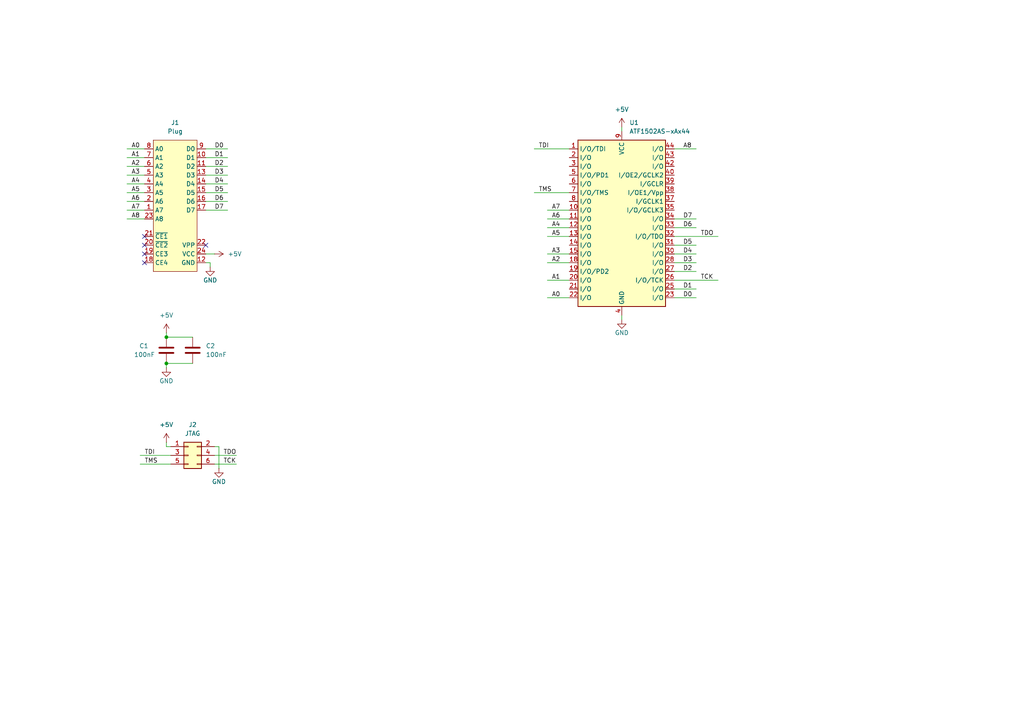
<source format=kicad_sch>
(kicad_sch (version 20231120) (generator "eeschema") (generator_version "8.0")
  (paper "A4")
  (lib_symbols
    (symbol "CPLD_Microchip:ATF1502AS-xAx44"
      (property "Reference" "U" (at -12.7 24.13 0))
      (property "Value" "ATF1502AS-xAx44" (at 12.7 24.13 0))
      (symbol "ATF1502AS-xAx44_0_1"
        (rectangle (start -12.7 22.86) (end 12.7 -25.4) (stroke (width 0.254)) (fill (type background)))
      )
      (symbol "ATF1502AS-xAx44_1_1"
        (pin bidirectional line (at -15.24 20.32 0) (length 2.54) (name "I/O/TDI") (number "1"))
        (pin bidirectional line (at -15.24 2.54 0) (length 2.54) (name "I/O") (number "10"))
        (pin bidirectional line (at -15.24 0 0) (length 2.54) (name "I/O") (number "11"))
        (pin bidirectional line (at -15.24 -2.54 0) (length 2.54) (name "I/O") (number "12"))
        (pin bidirectional line (at -15.24 -5.08 0) (length 2.54) (name "I/O") (number "13"))
        (pin bidirectional line (at -15.24 -7.62 0) (length 2.54) (name "I/O") (number "14"))
        (pin bidirectional line (at -15.24 -10.16 0) (length 2.54) (name "I/O") (number "15"))
        (pin passive line (at 0 -27.94 90) (length 2.54) hide (name "GND") (number "16"))
        (pin passive line (at 0 25.4 270) (length 2.54) hide (name "VCC") (number "17"))
        (pin bidirectional line (at -15.24 -12.7 0) (length 2.54) (name "I/O") (number "18"))
        (pin bidirectional line (at -15.24 -15.24 0) (length 2.54) (name "I/O/PD2") (number "19"))
        (pin bidirectional line (at -15.24 17.78 0) (length 2.54) (name "I/O") (number "2"))
        (pin bidirectional line (at -15.24 -17.78 0) (length 2.54) (name "I/O") (number "20"))
        (pin bidirectional line (at -15.24 -20.32 0) (length 2.54) (name "I/O") (number "21"))
        (pin bidirectional line (at -15.24 -22.86 0) (length 2.54) (name "I/O") (number "22"))
        (pin bidirectional line (at 15.24 -22.86 180) (length 2.54) (name "I/O") (number "23"))
        (pin passive line (at 0 -27.94 90) (length 2.54) hide (name "GND") (number "24"))
        (pin bidirectional line (at 15.24 -20.32 180) (length 2.54) (name "I/O") (number "25"))
        (pin bidirectional line (at 15.24 -17.78 180) (length 2.54) (name "I/O/TCK") (number "26"))
        (pin bidirectional line (at 15.24 -15.24 180) (length 2.54) (name "I/O") (number "27"))
        (pin bidirectional line (at 15.24 -12.7 180) (length 2.54) (name "I/O") (number "28"))
        (pin passive line (at 0 25.4 270) (length 2.54) hide (name "VCC") (number "29"))
        (pin bidirectional line (at -15.24 15.24 0) (length 2.54) (name "I/O") (number "3"))
        (pin bidirectional line (at 15.24 -10.16 180) (length 2.54) (name "I/O") (number "30"))
        (pin bidirectional line (at 15.24 -7.62 180) (length 2.54) (name "I/O") (number "31"))
        (pin bidirectional line (at 15.24 -5.08 180) (length 2.54) (name "I/O/TDO") (number "32"))
        (pin bidirectional line (at 15.24 -2.54 180) (length 2.54) (name "I/O") (number "33"))
        (pin bidirectional line (at 15.24 0 180) (length 2.54) (name "I/O") (number "34"))
        (pin bidirectional line (at 15.24 2.54 180) (length 2.54) (name "I/O/GCLK3") (number "35"))
        (pin passive line (at 0 -27.94 90) (length 2.54) hide (name "GND") (number "36"))
        (pin input line (at 15.24 5.08 180) (length 2.54) (name "I/GCLK1") (number "37"))
        (pin input line (at 15.24 7.62 180) (length 2.54) (name "I/OE1/Vpp") (number "38"))
        (pin input line (at 15.24 10.16 180) (length 2.54) (name "I/GCLR") (number "39"))
        (pin power_in line (at 0 -27.94 90) (length 2.54) (name "GND") (number "4"))
        (pin input line (at 15.24 12.7 180) (length 2.54) (name "I/OE2/GCLK2") (number "40"))
        (pin passive line (at 0 25.4 270) (length 2.54) hide (name "VCC") (number "41"))
        (pin bidirectional line (at 15.24 15.24 180) (length 2.54) (name "I/O") (number "42"))
        (pin bidirectional line (at 15.24 17.78 180) (length 2.54) (name "I/O") (number "43"))
        (pin bidirectional line (at 15.24 20.32 180) (length 2.54) (name "I/O") (number "44"))
        (pin bidirectional line (at -15.24 12.7 0) (length 2.54) (name "I/O/PD1") (number "5"))
        (pin bidirectional line (at -15.24 10.16 0) (length 2.54) (name "I/O") (number "6"))
        (pin bidirectional line (at -15.24 7.62 0) (length 2.54) (name "I/O/TMS") (number "7"))
        (pin bidirectional line (at -15.24 5.08 0) (length 2.54) (name "I/O") (number "8"))
        (pin power_in line (at 0 25.4 270) (length 2.54) (name "VCC") (number "9"))
      )
    )
    (symbol "Connector_Generic:Conn_02x03_Odd_Even" (pin_names (offset 1.016) hide)
      (property "Reference" "J" (at 1.27 5.08 0))
      (property "Value" "Conn_02x03_Odd_Even" (at 1.27 -5.08 0))
      (symbol "Conn_02x03_Odd_Even_1_1"
        (rectangle (start -1.27 -2.413) (end 0 -2.667) (stroke (width 0.1524)))
        (rectangle (start -1.27 0.127) (end 0 -0.127) (stroke (width 0.1524)))
        (rectangle (start -1.27 2.667) (end 0 2.413) (stroke (width 0.1524)))
        (rectangle (start -1.27 3.81) (end 3.81 -3.81) (stroke (width 0.254)) (fill (type background)))
        (rectangle (start 3.81 -2.413) (end 2.54 -2.667) (stroke (width 0.1524)))
        (rectangle (start 3.81 0.127) (end 2.54 -0.127) (stroke (width 0.1524)))
        (rectangle (start 3.81 2.667) (end 2.54 2.413) (stroke (width 0.1524)))
        (pin passive line (at -5.08 2.54 0) (length 3.81) (name "Pin_1") (number "1"))
        (pin passive line (at 7.62 2.54 180) (length 3.81) (name "Pin_2") (number "2"))
        (pin passive line (at -5.08 0 0) (length 3.81) (name "Pin_3") (number "3"))
        (pin passive line (at 7.62 0 180) (length 3.81) (name "Pin_4") (number "4"))
        (pin passive line (at -5.08 -2.54 0) (length 3.81) (name "Pin_5") (number "5"))
        (pin passive line (at 7.62 -2.54 180) (length 3.81) (name "Pin_6") (number "6"))
      )
    )
    (symbol "Device:C" (pin_numbers hide) (pin_names (offset 0.254))
      (property "Reference" "C" (at 0.635 2.54 0))
      (property "Value" "C" (at 0.635 -2.54 0))
      (symbol "C_0_1"
        (polyline (pts (xy -2.032 -0.762) (xy 2.032 -0.762)) (stroke (width 0.508)))
        (polyline (pts (xy -2.032 0.762) (xy 2.032 0.762)) (stroke (width 0.508)))
      )
      (symbol "C_1_1"
        (pin passive line (at 0 3.81 270) (length 2.794) (name "~") (number "1"))
        (pin passive line (at 0 -3.81 90) (length 2.794) (name "~") (number "2"))
      )
    )
    (symbol "e800j_custom:74S474"
      (property "Reference" "U" (at 2.286 1.016 0))
      (symbol "74S474_1_1"
        (rectangle (start 0 0) (end 12.7 -38.1) (fill (type background)))
        (pin input line (at -2.54 -20.32 0) (length 2.54) (name "A7") (number "1"))
        (pin output line (at 15.24 -5.08 180) (length 2.54) (name "D1") (number "10"))
        (pin output line (at 15.24 -7.62 180) (length 2.54) (name "D2") (number "11"))
        (pin power_in line (at 15.24 -35.56 180) (length 2.54) (name "GND") (number "12"))
        (pin output line (at 15.24 -10.16 180) (length 2.54) (name "D3") (number "13"))
        (pin output line (at 15.24 -12.7 180) (length 2.54) (name "D4") (number "14"))
        (pin output line (at 15.24 -15.24 180) (length 2.54) (name "D5") (number "15"))
        (pin output line (at 15.24 -17.78 180) (length 2.54) (name "D6") (number "16"))
        (pin output line (at 15.24 -20.32 180) (length 2.54) (name "D7") (number "17"))
        (pin input line (at -2.54 -35.56 0) (length 2.54) (name "CE4") (number "18"))
        (pin input line (at -2.54 -33.02 0) (length 2.54) (name "CE3") (number "19"))
        (pin input line (at -2.54 -17.78 0) (length 2.54) (name "A6") (number "2"))
        (pin input line (at -2.54 -30.48 0) (length 2.54) (name "~{CE2}") (number "20"))
        (pin input line (at -2.54 -27.94 0) (length 2.54) (name "~{CE1}") (number "21"))
        (pin power_in line (at 15.24 -30.48 180) (length 2.54) (name "VPP") (number "22"))
        (pin input line (at -2.54 -22.86 0) (length 2.54) (name "A8") (number "23"))
        (pin power_in line (at 15.24 -33.02 180) (length 2.54) (name "VCC") (number "24"))
        (pin input line (at -2.54 -15.24 0) (length 2.54) (name "A5") (number "3"))
        (pin input line (at -2.54 -12.7 0) (length 2.54) (name "A4") (number "4"))
        (pin input line (at -2.54 -10.16 0) (length 2.54) (name "A3") (number "5"))
        (pin input line (at -2.54 -7.62 0) (length 2.54) (name "A2") (number "6"))
        (pin input line (at -2.54 -5.08 0) (length 2.54) (name "A1") (number "7"))
        (pin input line (at -2.54 -2.54 0) (length 2.54) (name "A0") (number "8"))
        (pin output line (at 15.24 -2.54 180) (length 2.54) (name "D0") (number "9"))
      )
    )
    (symbol "power:+5V" (power) (pin_numbers hide) (pin_names (offset 0) hide)
      (property "Value" "+5V" (at 0 3.556 0))
      (symbol "+5V_0_1"
        (polyline (pts (xy -0.762 1.27) (xy 0 2.54)))
        (polyline (pts (xy 0 0) (xy 0 2.54)))
        (polyline (pts (xy 0 2.54) (xy 0.762 1.27)))
      )
      (symbol "+5V_1_1"
        (pin power_in line (at 0 0 90) (length 0) (name "~") (number "1"))
      )
    )
    (symbol "power:GND" (power) (pin_numbers hide) (pin_names (offset 0) hide)
      (property "Value" "GND" (at 0 -3.81 0))
      (symbol "GND_0_1"
        (polyline (pts (xy 0 0) (xy 0 -1.27) (xy 1.27 -1.27) (xy 0 -2.54) (xy -1.27 -1.27) (xy 0 -1.27)))
      )
      (symbol "GND_1_1"
        (pin power_in line (at 0 0 270) (length 0) (name "~") (number "1"))
      )
    )
  )
  (junction (at 48.26 97.79))
  (junction (at 48.26 105.41))
  (no_connect (at 41.91 68.58))
  (no_connect (at 41.91 76.2))
  (no_connect (at 41.91 71.12))
  (no_connect (at 41.91 73.66))
  (no_connect (at 59.69 71.12))
  (wire (pts (xy 36.83 60.96) (xy 41.91 60.96)))
  (wire (pts (xy 180.34 36.83) (xy 180.34 38.1)))
  (wire (pts (xy 36.83 43.18) (xy 41.91 43.18)))
  (wire (pts (xy 59.69 76.2) (xy 60.96 76.2)))
  (wire (pts (xy 48.26 97.79) (xy 55.88 97.79)))
  (wire (pts (xy 36.83 55.88) (xy 41.91 55.88)))
  (wire (pts (xy 62.23 132.08) (xy 68.58 132.08)))
  (wire (pts (xy 59.69 55.88) (xy 66.04 55.88)))
  (wire (pts (xy 195.58 63.5) (xy 201.93 63.5)))
  (wire (pts (xy 180.34 91.44) (xy 180.34 92.71)))
  (wire (pts (xy 195.58 78.74) (xy 201.93 78.74)))
  (wire (pts (xy 158.75 68.58) (xy 165.1 68.58)))
  (wire (pts (xy 48.26 105.41) (xy 48.26 106.68)))
  (wire (pts (xy 154.94 55.88) (xy 165.1 55.88)))
  (wire (pts (xy 158.75 63.5) (xy 165.1 63.5)))
  (wire (pts (xy 59.69 43.18) (xy 66.04 43.18)))
  (wire (pts (xy 158.75 66.04) (xy 165.1 66.04)))
  (wire (pts (xy 59.69 53.34) (xy 66.04 53.34)))
  (wire (pts (xy 158.75 76.2) (xy 165.1 76.2)))
  (wire (pts (xy 48.26 129.54) (xy 48.26 128.27)))
  (wire (pts (xy 59.69 50.8) (xy 66.04 50.8)))
  (wire (pts (xy 36.83 50.8) (xy 41.91 50.8)))
  (wire (pts (xy 63.5 129.54) (xy 63.5 135.89)))
  (wire (pts (xy 195.58 43.18) (xy 201.93 43.18)))
  (wire (pts (xy 154.94 43.18) (xy 165.1 43.18)))
  (wire (pts (xy 158.75 73.66) (xy 165.1 73.66)))
  (wire (pts (xy 158.75 81.28) (xy 165.1 81.28)))
  (wire (pts (xy 195.58 86.36) (xy 201.93 86.36)))
  (wire (pts (xy 195.58 71.12) (xy 201.93 71.12)))
  (wire (pts (xy 36.83 48.26) (xy 41.91 48.26)))
  (wire (pts (xy 40.64 132.08) (xy 49.53 132.08)))
  (wire (pts (xy 36.83 58.42) (xy 41.91 58.42)))
  (wire (pts (xy 195.58 76.2) (xy 201.93 76.2)))
  (wire (pts (xy 48.26 96.52) (xy 48.26 97.79)))
  (wire (pts (xy 62.23 134.62) (xy 68.58 134.62)))
  (wire (pts (xy 59.69 60.96) (xy 66.04 60.96)))
  (wire (pts (xy 195.58 66.04) (xy 201.93 66.04)))
  (wire (pts (xy 60.96 76.2) (xy 60.96 77.47)))
  (wire (pts (xy 59.69 73.66) (xy 62.23 73.66)))
  (wire (pts (xy 195.58 83.82) (xy 201.93 83.82)))
  (wire (pts (xy 195.58 68.58) (xy 208.28 68.58)))
  (wire (pts (xy 195.58 81.28) (xy 208.28 81.28)))
  (wire (pts (xy 36.83 45.72) (xy 41.91 45.72)))
  (wire (pts (xy 48.26 105.41) (xy 55.88 105.41)))
  (wire (pts (xy 59.69 58.42) (xy 66.04 58.42)))
  (wire (pts (xy 40.64 134.62) (xy 49.53 134.62)))
  (wire (pts (xy 63.5 129.54) (xy 62.23 129.54)))
  (wire (pts (xy 158.75 86.36) (xy 165.1 86.36)))
  (wire (pts (xy 49.53 129.54) (xy 48.26 129.54)))
  (wire (pts (xy 59.69 48.26) (xy 66.04 48.26)))
  (wire (pts (xy 59.69 45.72) (xy 66.04 45.72)))
  (wire (pts (xy 36.83 63.5) (xy 41.91 63.5)))
  (wire (pts (xy 158.75 60.96) (xy 165.1 60.96)))
  (wire (pts (xy 195.58 73.66) (xy 201.93 73.66)))
  (wire (pts (xy 36.83 53.34) (xy 41.91 53.34)))
  (label "D5" (at 62.23 55.88 0))
  (label "TDI" (at 156.21 43.18 0))
  (label "A7" (at 38.1 60.96 0))
  (label "D4" (at 62.23 53.34 0))
  (label "D2" (at 62.23 48.26 0))
  (label "D1" (at 62.23 45.72 0))
  (label "TCK" (at 203.2 81.28 0))
  (label "D3" (at 62.23 50.8 0))
  (label "A6" (at 160.02 63.5 0))
  (label "A4" (at 38.1 53.34 0))
  (label "A0" (at 38.1 43.18 0))
  (label "D5" (at 198.12 71.12 0))
  (label "D4" (at 198.12 73.66 0))
  (label "D1" (at 198.12 83.82 0))
  (label "TMS" (at 41.91 134.62 0))
  (label "D7" (at 62.23 60.96 0))
  (label "A8" (at 198.12 43.18 0))
  (label "A7" (at 160.02 60.96 0))
  (label "A1" (at 38.1 45.72 0))
  (label "D6" (at 198.12 66.04 0))
  (label "A8" (at 38.1 63.5 0))
  (label "A3" (at 160.02 73.66 0))
  (label "TDI" (at 41.91 132.08 0))
  (label "D2" (at 198.12 78.74 0))
  (label "A4" (at 160.02 66.04 0))
  (label "A5" (at 38.1 55.88 0))
  (label "A1" (at 160.02 81.28 0))
  (label "TCK" (at 64.77 134.62 0))
  (label "A5" (at 160.02 68.58 0))
  (label "D7" (at 198.12 63.5 0))
  (label "A0" (at 160.02 86.36 0))
  (label "TDO" (at 203.2 68.58 0))
  (label "A3" (at 38.1 50.8 0))
  (label "TMS" (at 156.21 55.88 0))
  (label "TDO" (at 64.77 132.08 0))
  (label "A2" (at 160.02 76.2 0))
  (label "A2" (at 38.1 48.26 0))
  (label "D3" (at 198.12 76.2 0))
  (label "A6" (at 38.1 58.42 0))
  (label "D6" (at 62.23 58.42 0))
  (label "D0" (at 62.23 43.18 0))
  (label "D0" (at 198.12 86.36 0))
  (symbol (lib_id "Connector_Generic:Conn_02x03_Odd_Even") (at 54.61 132.08 0) (unit 1)
    (property "Reference" "J2" (at 55.88 123.19 0))
    (property "Value" "JTAG" (at 55.88 125.73 0))
    (property "Footprint" "Connector_PinHeader_2.00mm:PinHeader_2x03_P2.00mm_Vertical" (effects (hide yes)))
    (property "Description" "Generic connector, double row, 02x03, odd/even pin numbering scheme (row 1 odd numbers, row 2 even numbers), script generated (kicad-library-utils/schlib/autogen/connector/)" (effects (hide yes)))
  )
  (symbol (lib_id "Device:C") (at 55.88 101.6 0) (unit 1)
    (property "Reference" "C2" (at 59.69 100.3299 0) (effects (justify left)))
    (property "Value" "100nF" (at 59.69 102.8699 0) (effects (justify left)))
    (property "Footprint" "Capacitor_SMD:C_0603_1608Metric_Pad1.08x0.95mm_HandSolder" (effects (hide yes)))
    (property "Description" "Unpolarized capacitor" (effects (hide yes)))
  )
  (symbol (lib_id "power:GND") (at 63.5 135.89 0) (unit 1)
    (property "Reference" "#PWR08" (effects (hide yes)))
    (property "Value" "GND" (at 63.5 139.7 0))
    (property "Description" "Power symbol creates a global label with name \"GND\" , ground" (effects (hide yes)))
  )
  (symbol (lib_id "power:+5V") (at 48.26 128.27 0) (unit 1)
    (property "Reference" "#PWR07" (effects (hide yes)))
    (property "Value" "+5V" (at 48.26 123.19 0))
    (property "Description" "Power symbol creates a global label with name \"+5V\"" (effects (hide yes)))
  )
  (symbol (lib_id "power:+5V") (at 180.34 36.83 0) (unit 1)
    (property "Reference" "#PWR02" (effects (hide yes)))
    (property "Value" "+5V" (at 180.34 31.75 0))
    (property "Description" "Power symbol creates a global label with name \"+5V\"" (effects (hide yes)))
  )
  (symbol (lib_id "power:+5V") (at 62.23 73.66 270) (unit 1)
    (property "Reference" "#PWR04" (effects (hide yes)))
    (property "Value" "+5V" (at 66.04 73.6599 90) (effects (justify left)))
    (property "Description" "Power symbol creates a global label with name \"+5V\"" (effects (hide yes)))
  )
  (symbol (lib_id "power:GND") (at 60.96 77.47 0) (unit 1)
    (property "Reference" "#PWR03" (effects (hide yes)))
    (property "Value" "GND" (at 60.96 81.28 0))
    (property "Description" "Power symbol creates a global label with name \"GND\" , ground" (effects (hide yes)))
  )
  (symbol (lib_id "CPLD_Microchip:ATF1502AS-xAx44") (at 180.34 63.5 0) (unit 1)
    (property "Reference" "U1" (at 182.5341 35.56 0) (effects (justify left)))
    (property "Value" "ATF1502AS-xAx44" (at 182.5341 38.1 0) (effects (justify left)))
    (property "Footprint" "Package_QFP:TQFP-44_10x10mm_P0.8mm" (effects (hide yes)))
    (property "Datasheet" "http://ww1.microchip.com/downloads/en/DeviceDoc/Atmel-0995-CPLD-ATF1502AS(L)-Datasheet.pdf" (effects (hide yes)))
    (property "Description" "Microchip CPLD, 32 Macrocell, 5 V, TQFP-44" (effects (hide yes)))
  )
  (symbol (lib_id "Device:C") (at 48.26 101.6 0) (unit 1)
    (property "Reference" "C1" (at 40.386 100.33 0) (effects (justify left)))
    (property "Value" "100nF" (at 38.862 102.87 0) (effects (justify left)))
    (property "Footprint" "Capacitor_SMD:C_0603_1608Metric_Pad1.08x0.95mm_HandSolder" (effects (hide yes)))
    (property "Description" "Unpolarized capacitor" (effects (hide yes)))
  )
  (symbol (lib_id "power:GND") (at 180.34 92.71 0) (unit 1)
    (property "Reference" "#PWR01" (effects (hide yes)))
    (property "Value" "GND" (at 180.34 96.52 0))
    (property "Description" "Power symbol creates a global label with name \"GND\" , ground" (effects (hide yes)))
  )
  (symbol (lib_id "power:GND") (at 48.26 106.68 0) (unit 1)
    (property "Reference" "#PWR06" (effects (hide yes)))
    (property "Value" "GND" (at 48.26 110.49 0))
    (property "Description" "Power symbol creates a global label with name \"GND\" , ground" (effects (hide yes)))
  )
  (symbol (lib_id "power:+5V") (at 48.26 96.52 0) (unit 1)
    (property "Reference" "#PWR05" (effects (hide yes)))
    (property "Value" "+5V" (at 48.26 91.44 0))
    (property "Description" "Power symbol creates a global label with name \"+5V\"" (effects (hide yes)))
  )
  (symbol (lib_id "e800j_custom:74S474") (at 44.45 40.64 0) (unit 1)
    (property "Reference" "J1" (at 50.8 35.56 0))
    (property "Value" "Plug" (at 50.8 38.1 0))
    (property "Footprint" "addr_dec:DIP-24_W15.24mm" (effects (hide yes)))
  )
)
</source>
